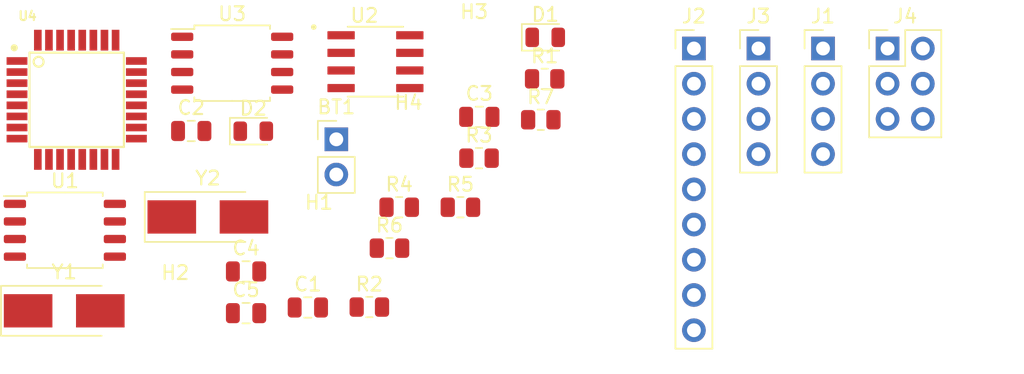
<source format=kicad_pcb>
(kicad_pcb (version 20211014) (generator pcbnew)
  (title_block (title "${project_name}") (date "2022-09-24") (rev "1") (comment 1 "2-Layer PCB version."))
  (layers (0 "F.Cu" mixed) (31 "B.Cu" mixed) (34 "B.Paste" user) (35 "F.Paste" user) (36 "B.SilkS" user "B.Silkscreen") (37 "F.SilkS" user "F.Silkscreen") (38 "B.Mask" user) (39 "F.Mask" user) (44 "Edge.Cuts" user))
  (property "project_name" "MCU Datalogger with clock and memory")
  (net 0 "")
  (net 1 "Net-(BT1-Pad1)")
  (net 2 "GND")
  (net 3 "/Vcc")
  (net 4 "Net-(C2-Pad2)")
  (net 5 "Net-(C3-Pad2)")
  (net 6 "Net-(C4-Pad2)")
  (net 7 "Net-(D1-Pad1)")
  (net 8 "/SCK")
  (net 9 "Net-(D2-Pad1)")
  (net 10 "/SDA")
  (net 11 "/SCL")
  (net 12 "/D2")
  (net 13 "/D3")
  (net 14 "/D4")
  (net 15 "/D5")
  (net 16 "/D6")
  (net 17 "/D7")
  (net 18 "/D8")
  (net 19 "/RX")
  (net 20 "/TX")
  (net 21 "/MISO")
  (net 22 "/MOSI")
  (net 23 "/RESET")
  (net 24 "Net-(R2-Pad2)")
  (net 25 "Net-(R3-Pad2)")
  (net 26 "Net-(U2-Pad1)")
  (net 27 "Net-(U2-Pad2)")
  (footprint "LED_SMD:LED_0805_2012Metric" (layer "F.Cu") (at 208.396 128.574)
    (fp_text reference "D2" (at 0 -1.65) (layer "F.SilkS"))
    (fp_text value "LED")
    (fp_line (start 1 -0.96) (end -1.685 -0.96) (layer "F.SilkS") (width 0.12))
    (fp_line (start -1.685 0.96) (end 1 0.96) (layer "F.SilkS") (width 0.12))
    (fp_line (start -1.685 -0.96) (end -1.685 0.96) (layer "F.SilkS") (width 0.12))
    (pad "1" smd roundrect (at -0.9375 0) (size 0.975 1.4) (layers "F.Cu" "F.Paste" "F.Mask") (net 9 "Net-(D2-Pad1)"))
    (pad "2" smd roundrect (at 0.9375 0) (size 0.975 1.4) (layers "F.Cu" "F.Paste" "F.Mask") (net 1 "Net-(BT1-Pad1)"))
  )
  (footprint "Connector_PinHeader_2.54mm:PinHeader_1x04_P2.54mm_Vertical" (layer "F.Cu") (at 244.786 122.609)
    (fp_text reference "J3" (at 0 -2.33) (layer "F.SilkS"))
    (fp_text value "Conn_01x04_Male")
    (fp_line (start -1.33 0) (end -1.33 -1.33) (layer "F.SilkS") (width 0.12))
    (fp_line (start -1.33 1.27) (end -1.33 8.95) (layer "F.SilkS") (width 0.12))
    (fp_line (start -1.33 8.95) (end 1.33 8.95) (layer "F.SilkS") (width 0.12))
    (fp_line (start 1.33 1.27) (end 1.33 8.95) (layer "F.SilkS") (width 0.12))
    (fp_line (start -1.33 -1.33) (end 0 -1.33) (layer "F.SilkS") (width 0.12))
    (fp_line (start -1.33 1.27) (end 1.33 1.27) (layer "F.SilkS") (width 0.12))
    (pad "1" thru_hole rect (at 0 0) (size 1.7 1.7) (drill 1) (layers *.Cu *.Mask) (net 2 "GND"))
    (pad "2" thru_hole oval (at 0 2.54) (size 1.7 1.7) (drill 1) (layers *.Cu *.Mask) (net 3 "/Vcc"))
    (pad "3" thru_hole oval (at 0 5.08) (size 1.7 1.7) (drill 1) (layers *.Cu *.Mask) (net 19 "/RX"))
    (pad "4" thru_hole oval (at 0 7.62) (size 1.7 1.7) (drill 1) (layers *.Cu *.Mask) (net 20 "/TX"))
  )
  (footprint "Resistor_SMD:R_0805_2012Metric" (layer "F.Cu") (at 216.756 141.259)
    (fp_text reference "R2" (at 0 -1.65) (layer "F.SilkS"))
    (fp_text value "10K")
    (fp_line (start -0.227064 0.735) (end 0.227064 0.735) (layer "F.SilkS") (width 0.12))
    (fp_line (start -0.227064 -0.735) (end 0.227064 -0.735) (layer "F.SilkS") (width 0.12))
    (pad "1" smd roundrect (at -0.9125 0) (size 1.025 1.4) (layers "F.Cu" "F.Paste" "F.Mask") (roundrect_rratio 0.243902) (net 3 "/Vcc"))
    (pad "2" smd roundrect (at 0.9125 0) (size 1.025 1.4) (layers "F.Cu" "F.Paste" "F.Mask") (roundrect_rratio 0.243902) (net 24 "Net-(R2-Pad2)"))
  )
  (footprint "Capacitor_SMD:C_0805_2012Metric" (layer "F.Cu") (at 224.676 127.539)
    (fp_text reference "C3" (at 0 -1.68) (layer "F.SilkS"))
    (fp_text value "22pF")
    (fp_line (start -0.261252 0.735) (end 0.261252 0.735) (layer "F.SilkS") (width 0.12))
    (fp_line (start -0.261252 -0.735) (end 0.261252 -0.735) (layer "F.SilkS") (width 0.12))
    (pad "1" smd roundrect (at -0.95 0) (size 1 1.45) (layers "F.Cu" "F.Paste" "F.Mask") (net 2 "GND"))
    (pad "2" smd roundrect (at 0.95 0) (size 1 1.45) (layers "F.Cu" "F.Paste" "F.Mask") (net 5 "Net-(C3-Pad2)"))
  )
  (footprint "Footprints:SOIC127P600X175-8N" (layer "F.Cu") (at 217.196 123.559)
    (fp_text reference "U2" (at -0.795 -3.332) (layer "F.SilkS"))
    (fp_text value "DS1337S+")
    (fp_line (start -2 2.52) (end 2 2.52) (layer "F.SilkS") (width 0.127))
    (fp_line (start -2 -2.52) (end 2 -2.52) (layer "F.SilkS") (width 0.127))
    (fp_circle (center -4.445 -2.495) (end -4.345 -2.495) (layer "F.SilkS") (width 0.2) (fill none))
    (pad "1" smd roundrect locked (at -2.475 -1.905) (size 1.97 0.59) (layers "F.Cu" "F.Paste" "F.Mask") (roundrect_rratio 0.07) (net 26 "Net-(U2-Pad1)"))
    (pad "2" smd roundrect locked (at -2.475 -0.635) (size 1.97 0.59) (layers "F.Cu" "F.Paste" "F.Mask") (roundrect_rratio 0.07) (net 27 "Net-(U2-Pad2)"))
    (pad "3" smd roundrect locked (at -2.475 0.635) (size 1.97 0.59) (layers "F.Cu" "F.Paste" "F.Mask") (roundrect_rratio 0.07) (net 24 "Net-(R2-Pad2)"))
    (pad "4" smd roundrect locked (at -2.475 1.905) (size 1.97 0.59) (layers "F.Cu" "F.Paste" "F.Mask") (roundrect_rratio 0.07) (net 2 "GND"))
    (pad "5" smd roundrect locked (at 2.475 1.905) (size 1.97 0.59) (layers "F.Cu" "F.Paste" "F.Mask") (roundrect_rratio 0.07) (net 10 "/SDA"))
    (pad "6" smd roundrect locked (at 2.475 0.635) (size 1.97 0.59) (layers "F.Cu" "F.Paste" "F.Mask") (roundrect_rratio 0.07) (net 11 "/SCL"))
    (pad "7" smd roundrect locked (at 2.475 -0.635) (size 1.97 0.59) (layers "F.Cu" "F.Paste" "F.Mask") (roundrect_rratio 0.07) (net 25 "Net-(R3-Pad2)"))
    (pad "8" smd roundrect locked (at 2.475 -1.905) (size 1.97 0.59) (layers "F.Cu" "F.Paste" "F.Mask") (roundrect_rratio 0.07) (net 3 "/Vcc"))
  )
  (footprint "Crystal:Crystal_SMD_5032-2Pin_5.0x3.2mm_HandSoldering" (layer "F.Cu") (at 205.126 134.759)
    (fp_text reference "Y2" (at 0 -2.8) (layer "F.SilkS"))
    (fp_text value "16 MHz")
    (fp_line (start -4.55 1.8) (end 2.7 1.8) (layer "F.SilkS") (width 0.12))
    (fp_line (start 2.7 -1.8) (end -4.55 -1.8) (layer "F.SilkS") (width 0.12))
    (fp_line (start -4.55 -1.8) (end -4.55 1.8) (layer "F.SilkS") (width 0.12))
    (pad "1" smd rect (at -2.6 0) (size 3.5 2.4) (layers "F.Cu" "F.Paste" "F.Mask") (net 4 "Net-(C2-Pad2)"))
    (pad "2" smd rect (at 2.6 0) (size 3.5 2.4) (layers "F.Cu" "F.Paste" "F.Mask") (net 5 "Net-(C3-Pad2)"))
  )
  (footprint "Package_SO:SOIC-8_5.23x5.23mm_P1.27mm" (layer "F.Cu") (at 194.826 135.719)
    (fp_text reference "U1" (at 0 -3.56) (layer "F.SilkS"))
    (fp_text value "24LC1025")
    (fp_line (start 2.725 -2.725) (end 2.725 -2.465) (layer "F.SilkS") (width 0.12))
    (fp_line (start -2.725 -2.725) (end -2.725 -2.465) (layer "F.SilkS") (width 0.12))
    (fp_line (start 2.725 2.725) (end 2.725 2.465) (layer "F.SilkS") (width 0.12))
    (fp_line (start 0 2.725) (end 2.725 2.725) (layer "F.SilkS") (width 0.12))
    (fp_line (start -2.725 2.725) (end -2.725 2.465) (layer "F.SilkS") (width 0.12))
    (fp_line (start -2.725 -2.465) (end -4.4 -2.465) (layer "F.SilkS") (width 0.12))
    (fp_line (start 0 -2.725) (end 2.725 -2.725) (layer "F.SilkS") (width 0.12))
    (fp_line (start 0 2.725) (end -2.725 2.725) (layer "F.SilkS") (width 0.12))
    (fp_line (start 0 -2.725) (end -2.725 -2.725) (layer "F.SilkS") (width 0.12))
    (pad "1" smd roundrect (at -3.6 -1.905) (size 1.6 0.6) (layers "F.Cu" "F.Paste" "F.Mask") (net 3 "/Vcc"))
    (pad "2" smd roundrect (at -3.6 -0.635) (size 1.6 0.6) (layers "F.Cu" "F.Paste" "F.Mask") (net 3 "/Vcc"))
    (pad "3" smd roundrect (at -3.6 0.635) (size 1.6 0.6) (layers "F.Cu" "F.Paste" "F.Mask") (net 3 "/Vcc"))
    (pad "4" smd roundrect (at -3.6 1.905) (size 1.6 0.6) (layers "F.Cu" "F.Paste" "F.Mask") (net 2 "GND"))
    (pad "5" smd roundrect (at 3.6 1.905) (size 1.6 0.6) (layers "F.Cu" "F.Paste" "F.Mask") (net 10 "/SDA"))
    (pad "6" smd roundrect (at 3.6 0.635) (size 1.6 0.6) (layers "F.Cu" "F.Paste" "F.Mask") (net 11 "/SCL"))
    (pad "7" smd roundrect (at 3.6 -0.635) (size 1.6 0.6) (layers "F.Cu" "F.Paste" "F.Mask") (net 2 "GND"))
    (pad "8" smd roundrect (at 3.6 -1.905) (size 1.6 0.6) (layers "F.Cu" "F.Paste" "F.Mask") (net 3 "/Vcc"))
  )
  (footprint "MountingHole:MountingHole_2.1mm" (layer "F.Cu") (at 219.576 129.709)
    (fp_text reference "H4" (at 0 -3.2) (layer "F.SilkS"))
    (fp_text value "MountingHole")
    (pad "" np_thru_hole circle (at 0 0) (size 2.1 2.1) (drill 2.1) (layers *.Cu *.Mask))
  )
  (footprint "MountingHole:MountingHole_2.1mm" (layer "F.Cu") (at 202.776 141.979)
    (fp_text reference "H2" (at 0 -3.2) (layer "F.SilkS"))
    (fp_text value "MountingHole")
    (pad "" np_thru_hole circle (at 0 0) (size 2.1 2.1) (drill 2.1) (layers *.Cu *.Mask))
  )
  (footprint "MountingHole:MountingHole_2.1mm" (layer "F.Cu") (at 213.126 136.909)
    (fp_text reference "H1" (at 0 -3.2) (layer "F.SilkS"))
    (fp_text value "MountingHole")
    (pad "" np_thru_hole circle (at 0 0) (size 2.1 2.1) (drill 2.1) (layers *.Cu *.Mask))
  )
  (footprint "Capacitor_SMD:C_0805_2012Metric" (layer "F.Cu") (at 212.326 141.289)
    (fp_text reference "C1" (at 0 -1.68) (layer "F.SilkS"))
    (fp_text value "0.1uF")
    (fp_line (start -0.261252 0.735) (end 0.261252 0.735) (layer "F.SilkS") (width 0.12))
    (fp_line (start -0.261252 -0.735) (end 0.261252 -0.735) (layer "F.SilkS") (width 0.12))
    (pad "1" smd roundrect (at -0.95 0) (size 1 1.45) (layers "F.Cu" "F.Paste" "F.Mask") (net 3 "/Vcc"))
    (pad "2" smd roundrect (at 0.95 0) (size 1 1.45) (layers "F.Cu" "F.Paste" "F.Mask") (net 2 "GND"))
  )
  (footprint "LED_SMD:LED_0805_2012Metric" (layer "F.Cu") (at 229.426 121.804)
    (fp_text reference "D1" (at 0 -1.65) (layer "F.SilkS"))
    (fp_text value "LED")
    (fp_line (start -1.685 0.96) (end 1 0.96) (layer "F.SilkS") (width 0.12))
    (fp_line (start 1 -0.96) (end -1.685 -0.96) (layer "F.SilkS") (width 0.12))
    (fp_line (start -1.685 -0.96) (end -1.685 0.96) (layer "F.SilkS") (width 0.12))
    (pad "1" smd roundrect (at -0.9375 0) (size 0.975 1.4) (layers "F.Cu" "F.Paste" "F.Mask") (net 7 "Net-(D1-Pad1)"))
    (pad "2" smd roundrect (at 0.9375 0) (size 0.975 1.4) (layers "F.Cu" "F.Paste" "F.Mask") (net 8 "/SCK"))
  )
  (footprint "Resistor_SMD:R_0805_2012Metric" (layer "F.Cu") (at 229.386 124.799)
    (fp_text reference "R1" (at 0 -1.65) (layer "F.SilkS"))
    (fp_text value "4.7K")
    (fp_line (start -0.227064 -0.735) (end 0.227064 -0.735) (layer "F.SilkS") (width 0.12))
    (fp_line (start -0.227064 0.735) (end 0.227064 0.735) (layer "F.SilkS") (width 0.12))
    (pad "1" smd roundrect (at -0.9125 0) (size 1.025 1.4) (layers "F.Cu" "F.Paste" "F.Mask") (roundrect_rratio 0.243902) (net 3 "/Vcc"))
    (pad "2" smd roundrect (at 0.9125 0) (size 1.025 1.4) (layers "F.Cu" "F.Paste" "F.Mask") (roundrect_rratio 0.243902) (net 11 "/SCL"))
  )
  (footprint "Resistor_SMD:R_0805_2012Metric" (layer "F.Cu") (at 229.106 127.749)
    (fp_text reference "R7" (at 0 -1.65) (layer "F.SilkS"))
    (fp_text value "330")
    (fp_line (start -0.227064 0.735) (end 0.227064 0.735) (layer "F.SilkS") (width 0.12))
    (fp_line (start -0.227064 -0.735) (end 0.227064 -0.735) (layer "F.SilkS") (width 0.12))
    (pad "1" smd roundrect (at -0.9125 0) (size 1.025 1.4) (layers "F.Cu" "F.Paste" "F.Mask") (roundrect_rratio 0.243902) (net 9 "Net-(D2-Pad1)"))
    (pad "2" smd roundrect (at 0.9125 0) (size 1.025 1.4) (layers "F.Cu" "F.Paste" "F.Mask") (roundrect_rratio 0.243902) (net 2 "GND"))
  )
  (footprint "Resistor_SMD:R_0805_2012Metric" (layer "F.Cu") (at 224.656 130.519)
    (fp_text reference "R3" (at 0 -1.65) (layer "F.SilkS"))
    (fp_text value "10K")
    (fp_line (start -0.227064 -0.735) (end 0.227064 -0.735) (layer "F.SilkS") (width 0.12))
    (fp_line (start -0.227064 0.735) (end 0.227064 0.735) (layer "F.SilkS") (width 0.12))
    (pad "1" smd roundrect (at -0.9125 0) (size 1.025 1.4) (layers "F.Cu" "F.Paste" "F.Mask") (roundrect_rratio 0.243902) (net 3 "/Vcc"))
    (pad "2" smd roundrect (at 0.9125 0) (size 1.025 1.4) (layers "F.Cu" "F.Paste" "F.Mask") (roundrect_rratio 0.243902) (net 25 "Net-(R3-Pad2)"))
  )
  (footprint "Package_SO:SOIC-8_5.23x5.23mm_P1.27mm" (layer "F.Cu") (at 206.876 123.669)
    (fp_text reference "U3" (at 0 -3.56) (layer "F.SilkS"))
    (fp_text value "24LC1025")
    (fp_line (start 2.725 2.725) (end 2.725 2.465) (layer "F.SilkS") (width 0.12))
    (fp_line (start 0 -2.725) (end -2.725 -2.725) (layer "F.SilkS") (width 0.12))
    (fp_line (start -2.725 -2.465) (end -4.4 -2.465) (layer "F.SilkS") (width 0.12))
    (fp_line (start 2.725 -2.725) (end 2.725 -2.465) (layer "F.SilkS") (width 0.12))
    (fp_line (start 0 2.725) (end 2.725 2.725) (layer "F.SilkS") (width 0.12))
    (fp_line (start 0 2.725) (end -2.725 2.725) (layer "F.SilkS") (width 0.12))
    (fp_line (start -2.725 -2.725) (end -2.725 -2.465) (layer "F.SilkS") (width 0.12))
    (fp_line (start 0 -2.725) (end 2.725 -2.725) (layer "F.SilkS") (width 0.12))
    (fp_line (start -2.725 2.725) (end -2.725 2.465) (layer "F.SilkS") (width 0.12))
    (pad "1" smd roundrect (at -3.6 -1.905) (size 1.6 0.6) (layers "F.Cu" "F.Paste" "F.Mask") (net 3 "/Vcc"))
    (pad "2" smd roundrect (at -3.6 -0.635) (size 1.6 0.6) (layers "F.Cu" "F.Paste" "F.Mask") (net 2 "GND"))
    (pad "3" smd roundrect (at -3.6 0.635) (size 1.6 0.6) (layers "F.Cu" "F.Paste" "F.Mask") (net 3 "/Vcc"))
    (pad "4" smd roundrect (at -3.6 1.905) (size 1.6 0.6) (layers "F.Cu" "F.Paste" "F.Mask") (net 2 "GND"))
    (pad "5" smd roundrect (at 3.6 1.905) (size 1.6 0.6) (layers "F.Cu" "F.Paste" "F.Mask") (net 10 "/SDA"))
    (pad "6" smd roundrect (at 3.6 0.635) (size 1.6 0.6) (layers "F.Cu" "F.Paste" "F.Mask") (net 11 "/SCL"))
    (pad "7" smd roundrect (at 3.6 -0.635) (size 1.6 0.6) (layers "F.Cu" "F.Paste" "F.Mask") (net 2 "GND"))
    (pad "8" smd roundrect (at 3.6 -1.905) (size 1.6 0.6) (layers "F.Cu" "F.Paste" "F.Mask") (net 3 "/Vcc"))
  )
  (footprint "Capacitor_SMD:C_0805_2012Metric" (layer "F.Cu") (at 203.926 128.559)
    (fp_text reference "C2" (at 0 -1.68) (layer "F.SilkS"))
    (fp_text value "22pF")
    (fp_line (start -0.261252 -0.735) (end 0.261252 -0.735) (layer "F.SilkS") (width 0.12))
    (fp_line (start -0.261252 0.735) (end 0.261252 0.735) (layer "F.SilkS") (width 0.12))
    (pad "1" smd roundrect (at -0.95 0) (size 1 1.45) (layers "F.Cu" "F.Paste" "F.Mask") (net 2 "GND"))
    (pad "2" smd roundrect (at 0.95 0) (size 1 1.45) (layers "F.Cu" "F.Paste" "F.Mask") (net 4 "Net-(C2-Pad2)"))
  )
  (footprint "MountingHole:MountingHole_2.1mm" (layer "F.Cu") (at 224.306 123.159)
    (fp_text reference "H3" (at 0 -3.2) (layer "F.SilkS"))
    (fp_text value "MountingHole")
    (pad "" np_thru_hole circle (at 0 0) (size 2.1 2.1) (drill 2.1) (layers *.Cu *.Mask))
  )
  (footprint "Connector_PinHeader_2.54mm:PinHeader_1x09_P2.54mm_Vertical" (layer "F.Cu") (at 240.136 122.609)
    (fp_text reference "J2" (at 0 -2.33) (layer "F.SilkS"))
    (fp_text value "Conn_01x09_Male")
    (fp_line (start -1.33 -1.33) (end 0 -1.33) (layer "F.SilkS") (width 0.12))
    (fp_line (start -1.33 1.27) (end -1.33 21.65) (layer "F.SilkS") (width 0.12))
    (fp_line (start -1.33 0) (end -1.33 -1.33) (layer "F.SilkS") (width 0.12))
    (fp_line (start -1.33 21.65) (end 1.33 21.65) (layer "F.SilkS") (width 0.12))
    (fp_line (start 1.33 1.27) (end 1.33 21.65) (layer "F.SilkS") (width 0.12))
    (fp_line (start -1.33 1.27) (end 1.33 1.27) (layer "F.SilkS") (width 0.12))
    (pad "1" thru_hole rect (at 0 0) (size 1.7 1.7) (drill 1) (layers *.Cu *.Mask) (net 12 "/D2"))
    (pad "2" thru_hole oval (at 0 2.54) (size 1.7 1.7) (drill 1) (layers *.Cu *.Mask) (net 13 "/D3"))
    (pad "3" thru_hole oval (at 0 5.08) (size 1.7 1.7) (drill 1) (layers *.Cu *.Mask) (net 14 "/D4"))
    (pad "4" thru_hole oval (at 0 7.62) (size 1.7 1.7) (drill 1) (layers *.Cu *.Mask) (net 15 "/D5"))
    (pad "5" thru_hole oval (at 0 10.16) (size 1.7 1.7) (drill 1) (layers *.Cu *.Mask) (net 16 "/D6"))
    (pad "6" thru_hole oval (at 0 12.7) (size 1.7 1.7) (drill 1) (layers *.Cu *.Mask) (net 17 "/D7"))
    (pad "7" thru_hole oval (at 0 15.24) (size 1.7 1.7) (drill 1) (layers *.Cu *.Mask) (net 18 "/D8"))
    (pad "8" thru_hole oval (at 0 17.78) (size 1.7 1.7) (drill 1) (layers *.Cu *.Mask) (net 2 "GND"))
    (pad "9" thru_hole oval (at 0 20.32) (size 1.7 1.7) (drill 1) (layers *.Cu *.Mask) (net 3 "/Vcc"))
  )
  (footprint "Connector_PinHeader_2.54mm:PinHeader_1x04_P2.54mm_Vertical" (layer "F.Cu") (at 249.436 122.609)
    (fp_text reference "J1" (at 0 -2.33) (layer "F.SilkS"))
    (fp_text value "Conn_01x04_Male")
    (fp_line (start 1.33 1.27) (end 1.33 8.95) (layer "F.SilkS") (width 0.12))
    (fp_line (start -1.33 0) (end -1.33 -1.33) (layer "F.SilkS") (width 0.12))
    (fp_line (start -1.33 1.27) (end -1.33 8.95) (layer "F.SilkS") (width 0.12))
    (fp_line (start -1.33 -1.33) (end 0 -1.33) (layer "F.SilkS") (width 0.12))
    (fp_line (start -1.33 1.27) (end 1.33 1.27) (layer "F.SilkS") (width 0.12))
    (fp_line (start -1.33 8.95) (end 1.33 8.95) (layer "F.SilkS") (width 0.12))
    (pad "1" thru_hole rect (at 0 0) (size 1.7 1.7) (drill 1) (layers *.Cu *.Mask) (net 2 "GND"))
    (pad "2" thru_hole oval (at 0 2.54) (size 1.7 1.7) (drill 1) (layers *.Cu *.Mask) (net 3 "/Vcc"))
    (pad "3" thru_hole oval (at 0 5.08) (size 1.7 1.7) (drill 1) (layers *.Cu *.Mask) (net 10 "/SDA"))
    (pad "4" thru_hole oval (at 0 7.62) (size 1.7 1.7) (drill 1) (layers *.Cu *.Mask) (net 11 "/SCL"))
  )
  (footprint "Connector_PinHeader_2.54mm:PinHeader_1x02_P2.54mm_Vertical" (layer "F.Cu") (at 214.376 129.159)
    (fp_text reference "BT1" (at 0 -2.33) (layer "F.SilkS"))
    (fp_text value "Battery")
    (fp_line (start 1.33 1.27) (end 1.33 3.87) (layer "F.SilkS") (width 0.12))
    (fp_line (start -1.33 -1.33) (end 0 -1.33) (layer "F.SilkS") (width 0.12))
    (fp_line (start -1.33 1.27) (end -1.33 3.87) (layer "F.SilkS") (width 0.12))
    (fp_line (start -1.33 0) (end -1.33 -1.33) (layer "F.SilkS") (width 0.12))
    (fp_line (start -1.33 1.27) (end 1.33 1.27) (layer "F.SilkS") (width 0.12))
    (fp_line (start -1.33 3.87) (end 1.33 3.87) (layer "F.SilkS") (width 0.12))
    (pad "1" thru_hole rect (at 0 0) (size 1.7 1.7) (drill 1) (layers *.Cu *.Mask) (net 1 "Net-(BT1-Pad1)"))
    (pad "2" thru_hole oval (at 0 2.54) (size 1.7 1.7) (drill 1) (layers *.Cu *.Mask) (net 2 "GND"))
  )
  (footprint "Crystal:Crystal_SMD_5032-2Pin_5.0x3.2mm_HandSoldering" (layer "F.Cu") (at 194.776 141.529)
    (fp_text reference "Y1" (at 0 -2.8) (layer "F.SilkS"))
    (fp_text value "32.768 KHz")
    (fp_line (start -4.55 -1.8) (end -4.55 1.8) (layer "F.SilkS") (width 0.12))
    (fp_line (start -4.55 1.8) (end 2.7 1.8) (layer "F.SilkS") (width 0.12))
    (fp_line (start 2.7 -1.8) (end -4.55 -1.8) (layer "F.SilkS") (width 0.12))
    (pad "1" smd rect (at -2.6 0) (size 3.5 2.4) (layers "F.Cu" "F.Paste" "F.Mask") (net 26 "Net-(U2-Pad1)"))
    (pad "2" smd rect (at 2.6 0) (size 3.5 2.4) (layers "F.Cu" "F.Paste" "F.Mask") (net 27 "Net-(U2-Pad2)"))
  )
  (footprint "Connector_PinHeader_2.54mm:PinHeader_2x03_P2.54mm_Vertical" (layer "F.Cu") (at 254.086 122.609)
    (fp_text reference "J4" (at 1.27 -2.33) (layer "F.SilkS"))
    (fp_text value "Conn_02x03_Odd_Even")
    (fp_line (start 1.27 -1.33) (end 3.87 -1.33) (layer "F.SilkS") (width 0.12))
    (fp_line (start -1.33 1.27) (end -1.33 6.41) (layer "F.SilkS") (width 0.12))
    (fp_line (start -1.33 0) (end -1.33 -1.33) (layer "F.SilkS") (width 0.12))
    (fp_line (start -1.33 -1.33) (end 0 -1.33) (layer "F.SilkS") (width 0.12))
    (fp_line (start 1.27 1.27) (end 1.27 -1.33) (layer "F.SilkS") (width 0.12))
    (fp_line (start -1.33 1.27) (end 1.27 1.27) (layer "F.SilkS") (width 0.12))
    (fp_line (start 3.87 -1.33) (end 3.87 6.41) (layer "F.SilkS") (width 0.12))
    (fp_line (start -1.33 6.41) (end 3.87 6.41) (layer "F.SilkS") (width 0.12))
    (pad "1" thru_hole rect (at 0 0) (size 1.7 1.7) (drill 1) (layers *.Cu *.Mask) (net 21 "/MISO"))
    (pad "2" thru_hole oval (at 2.54 0) (size 1.7 1.7) (drill 1) (layers *.Cu *.Mask) (net 3 "/Vcc"))
    (pad "3" thru_hole oval (at 0 2.54) (size 1.7 1.7) (drill 1) (layers *.Cu *.Mask) (net 11 "/SCL"))
    (pad "4" thru_hole oval (at 2.54 2.54) (size 1.7 1.7) (drill 1) (layers *.Cu *.Mask) (net 22 "/MOSI"))
    (pad "5" thru_hole oval (at 0 5.08) (size 1.7 1.7) (drill 1) (layers *.Cu *.Mask) (net 23 "/RESET"))
    (pad "6" thru_hole oval (at 2.54 5.08) (size 1.7 1.7) (drill 1) (layers *.Cu *.Mask) (net 2 "GND"))
  )
  (footprint "Resistor_SMD:R_0805_2012Metric" (layer "F.Cu") (at 218.906 134.059)
    (fp_text reference "R4" (at 0 -1.65) (layer "F.SilkS"))
    (fp_text value "4.7K")
    (fp_line (start -0.227064 -0.735) (end 0.227064 -0.735) (layer "F.SilkS") (width 0.12))
    (fp_line (start -0.227064 0.735) (end 0.227064 0.735) (layer "F.SilkS") (width 0.12))
    (pad "1" smd roundrect (at -0.9125 0) (size 1.025 1.4) (layers "F.Cu" "F.Paste" "F.Mask") (roundrect_rratio 0.243902) (net 3 "/Vcc"))
    (pad "2" smd roundrect (at 0.9125 0) (size 1.025 1.4) (layers "F.Cu" "F.Paste" "F.Mask") (roundrect_rratio 0.243902) (net 10 "/SDA"))
  )
  (footprint "Footprints:QFP80P900X900X120-32N" (layer "F.Cu") (at 195.676 126.309)
    (fp_text reference "U4" (at -3.545823 -6.04212) (layer "F.SilkS") (effects (font (size 0.641669 0.641669))))
    (fp_text value "ATMEGA328-AU")
    (fp_line (start 3.4 3.4) (end -3.4 3.4) (layer "F.SilkS") (width 0.1524))
    (fp_line (start -3.4 3.4) (end -3.4 -3.4) (layer "F.SilkS") (width 0.1524))
    (fp_line (start 3.4 -3.4) (end 3.4 3.4) (layer "F.SilkS") (width 0.1524))
    (fp_line (start -3.4 -3.4) (end 3.4 -3.4) (layer "F.SilkS") (width 0.1524))
    (fp_circle (center -4.5 -3.75) (end -4.246 -3.75) (layer "F.SilkS") (width 0) (fill solid))
    (fp_circle (center -2.7432 -2.7432) (end -2.384 -2.7432) (layer "F.SilkS") (width 0.1524) (fill none))
    (pad "1" smd rect locked (at -4.3 -2.8) (size 1.5 0.55) (layers "F.Cu" "F.Paste" "F.Mask") (net 13 "/D3"))
    (pad "2" smd rect locked (at -4.3 -2) (size 1.5 0.55) (layers "F.Cu" "F.Paste" "F.Mask") (net 14 "/D4"))
    (pad "3" smd rect locked (at -4.3 -1.2) (size 1.5 0.55) (layers "F.Cu" "F.Paste" "F.Mask") (net 2 "GND"))
    (pad "4" smd rect locked (at -4.3 -0.4) (size 1.5 0.55) (layers "F.Cu" "F.Paste" "F.Mask") (net 1 "Net-(BT1-Pad1)"))
    (pad "5" smd rect locked (at -4.3 0.4) (size 1.5 0.55) (layers "F.Cu" "F.Paste" "F.Mask") (net 2 "GND"))
    (pad "6" smd rect locked (at -4.3 1.2) (size 1.5 0.55) (layers "F.Cu" "F.Paste" "F.Mask"))
    (pad "7" smd rect locked (at -4.3 2) (size 1.5 0.55) (layers "F.Cu" "F.Paste" "F.Mask") (net 4 "Net-(C2-Pad2)"))
    (pad "8" smd rect locked (at -4.3 2.8) (size 1.5 0.55) (layers "F.Cu" "F.Paste" "F.Mask") (net 5 "Net-(C3-Pad2)"))
    (pad "9" smd rect locked (at -2.8 4.3) (size 0.55 1.5) (layers "F.Cu" "F.Paste" "F.Mask") (net 15 "/D5"))
    (pad "10" smd rect locked (at -2 4.3) (size 0.55 1.5) (layers "F.Cu" "F.Paste" "F.Mask") (net 16 "/D6"))
    (pad "11" smd rect locked (at -1.2 4.3) (size 0.55 1.5) (layers "F.Cu" "F.Paste" "F.Mask") (net 17 "/D7"))
    (pad "12" smd rect locked (at -0.4 4.3) (size 0.55 1.5) (layers "F.Cu" "F.Paste" "F.Mask") (net 18 "/D8"))
    (pad "13" smd rect locked (at 0.4 4.3) (size 0.55 1.5) (layers "F.Cu" "F.Paste" "F.Mask"))
    (pad "14" smd rect locked (at 1.2 4.3) (size 0.55 1.5) (layers "F.Cu" "F.Paste" "F.Mask"))
    (pad "15" smd rect locked (at 2 4.3) (size 0.55 1.5) (layers "F.Cu" "F.Paste" "F.Mask") (net 22 "/MOSI"))
    (pad "16" smd rect locked (at 2.8 4.3) (size 0.55 1.5) (layers "F.Cu" "F.Paste" "F.Mask") (net 21 "/MISO"))
    (pad "17" smd rect locked (at 4.3 2.8) (size 1.5 0.55) (layers "F.Cu" "F.Paste" "F.Mask") (net 8 "/SCK"))
    (pad "18" smd rect locked (at 4.3 2) (size 1.5 0.55) (layers "F.Cu" "F.Paste" "F.Mask") (net 1 "Net-(BT1-Pad1)"))
    (pad "19" smd rect locked (at 4.3 1.2) (size 1.5 0.55) (layers "F.Cu" "F.Paste" "F.Mask"))
    (pad "20" smd rect locked (at 4.3 0.4) (size 1.5 0.55) (layers "F.Cu" "F.Paste" "F.Mask") (net 6 "Net-(C4-Pad2)"))
    (pad "21" smd rect locked (at 4.3 -0.4) (size 1.5 0.55) (layers "F.Cu" "F.Paste" "F.Mask") (net 2 "GND"))
    (pad "22" smd rect locked (at 4.3 -1.2) (size 1.5 0.55) (layers "F.Cu" "F.Paste" "F.Mask"))
    (pad "23" smd rect locked (at 4.3 -2) (size 1.5 0.55) (layers "F.Cu" "F.Paste" "F.Mask"))
    (pad "24" smd rect locked (at 4.3 -2.8) (size 1.5 0.55) (layers "F.Cu" "F.Paste" "F.Mask"))
    (pad "25" smd rect locked (at 2.8 -4.3) (size 0.55 1.5) (layers "F.Cu" "F.Paste" "F.Mask"))
    (pad "26" smd rect locked (at 2 -4.3) (size 0.55 1.5) (layers "F.Cu" "F.Paste" "F.Mask"))
    (pad "27" smd rect locked (at 1.2 -4.3) (size 0.55 1.5) (layers "F.Cu" "F.Paste" "F.Mask") (net 10 "/SDA"))
    (pad "28" smd rect locked (at 0.4 -4.3) (size 0.55 1.5) (layers "F.Cu" "F.Paste" "F.Mask") (net 8 "/SCK"))
    (pad "29" smd rect locked (at -0.4 -4.3) (size 0.55 1.5) (layers "F.Cu" "F.Paste" "F.Mask") (net 23 "/RESET"))
    (pad "30" smd rect locked (at -1.2 -4.3) (size 0.55 1.5) (layers "F.Cu" "F.Paste" "F.Mask") (net 19 "/RX"))
    (pad "31" smd rect locked (at -2 -4.3) (size 0.55 1.5) (layers "F.Cu" "F.Paste" "F.Mask") (net 20 "/TX"))
    (pad "32" smd rect locked (at -2.8 -4.3) (size 0.55 1.5) (layers "F.Cu" "F.Paste" "F.Mask") (net 12 "/D2"))
  )
  (footprint "Capacitor_SMD:C_0805_2012Metric" (layer "F.Cu") (at 207.876 141.699)
    (fp_text reference "C5" (at 0 -1.68) (layer "F.SilkS"))
    (fp_text value "100nF")
    (fp_line (start -0.261252 -0.735) (end 0.261252 -0.735) (layer "F.SilkS") (width 0.12))
    (fp_line (start -0.261252 0.735) (end 0.261252 0.735) (layer "F.SilkS") (width 0.12))
    (pad "1" smd roundrect (at -0.95 0) (size 1 1.45) (layers "F.Cu" "F.Paste" "F.Mask") (net 1 "Net-(BT1-Pad1)"))
    (pad "2" smd roundrect (at 0.95 0) (size 1 1.45) (layers "F.Cu" "F.Paste" "F.Mask") (net 2 "GND"))
  )
  (footprint "Resistor_SMD:R_0805_2012Metric" (layer "F.Cu") (at 223.316 134.059)
    (fp_text reference "R5" (at 0 -1.65) (layer "F.SilkS"))
    (fp_text value "330")
    (fp_line (start -0.227064 0.735) (end 0.227064 0.735) (layer "F.SilkS") (width 0.12))
    (fp_line (start -0.227064 -0.735) (end 0.227064 -0.735) (layer "F.SilkS") (width 0.12))
    (pad "1" smd roundrect (at -0.9125 0) (size 1.025 1.4) (layers "F.Cu" "F.Paste" "F.Mask") (roundrect_rratio 0.243902) (net 2 "GND"))
    (pad "2" smd roundrect (at 0.9125 0) (size 1.025 1.4) (layers "F.Cu" "F.Paste" "F.Mask") (roundrect_rratio 0.243902) (net 7 "Net-(D1-Pad1)"))
  )
  (footprint "Capacitor_SMD:C_0805_2012Metric" (layer "F.Cu") (at 207.876 138.689)
    (fp_text reference "C4" (at 0 -1.68) (layer "F.SilkS"))
    (fp_text value "0.1uF")
    (fp_line (start -0.261252 -0.735) (end 0.261252 -0.735) (layer "F.SilkS") (width 0.12))
    (fp_line (start -0.261252 0.735) (end 0.261252 0.735) (layer "F.SilkS") (width 0.12))
    (pad "1" smd roundrect (at -0.95 0) (size 1 1.45) (layers "F.Cu" "F.Paste" "F.Mask") (net 2 "GND"))
    (pad "2" smd roundrect (at 0.95 0) (size 1 1.45) (layers "F.Cu" "F.Paste" "F.Mask") (net 6 "Net-(C4-Pad2)"))
  )
  (footprint "Resistor_SMD:R_0805_2012Metric" (layer "F.Cu") (at 218.206 137.009)
    (fp_text reference "R6" (at 0 -1.65) (layer "F.SilkS"))
    (fp_text value "10K")
    (fp_line (start -0.227064 0.735) (end 0.227064 0.735) (layer "F.SilkS") (width 0.12))
    (fp_line (start -0.227064 -0.735) (end 0.227064 -0.735) (layer "F.SilkS") (width 0.12))
    (pad "1" smd roundrect (at -0.9125 0) (size 1.025 1.4) (layers "F.Cu" "F.Paste" "F.Mask") (roundrect_rratio 0.243902) (net 3 "/Vcc"))
    (pad "2" smd roundrect (at 0.9125 0) (size 1.025 1.4) (layers "F.Cu" "F.Paste" "F.Mask") (roundrect_rratio 0.243902) (net 23 "/RESET"))
  )
)
</source>
